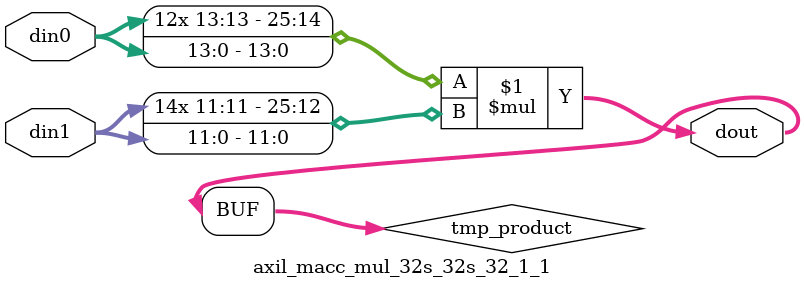
<source format=v>

`timescale 1 ns / 1 ps

  module axil_macc_mul_32s_32s_32_1_1(din0, din1, dout);
parameter ID = 1;
parameter NUM_STAGE = 0;
parameter din0_WIDTH = 14;
parameter din1_WIDTH = 12;
parameter dout_WIDTH = 26;

input [din0_WIDTH - 1 : 0] din0; 
input [din1_WIDTH - 1 : 0] din1; 
output [dout_WIDTH - 1 : 0] dout;

wire signed [dout_WIDTH - 1 : 0] tmp_product;













assign tmp_product = $signed(din0) * $signed(din1);








assign dout = tmp_product;







endmodule

</source>
